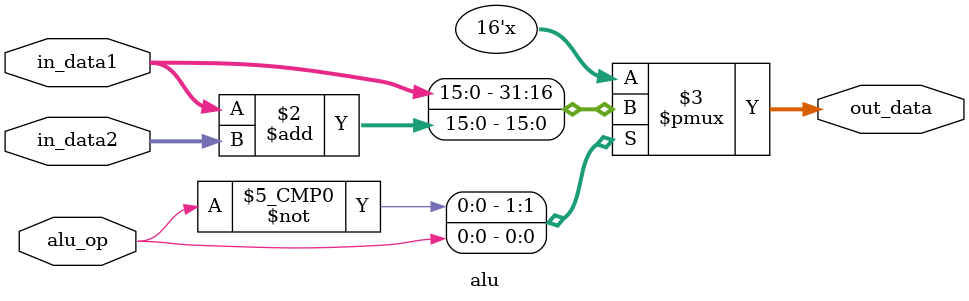
<source format=v>
`timescale 1ns/100ps

module alu (
    input wire [15:0] in_data1, in_data2, // input data
    input wire alu_op,                    // select operation
    output reg [15:0] out_data            // output data
);
    always @ * begin
        case (alu_op)
            default: out_data = 16'bx;
            1'b0: out_data = in_data1;
            1'b1: out_data = in_data1 + in_data2;
        endcase
    end
endmodule
</source>
